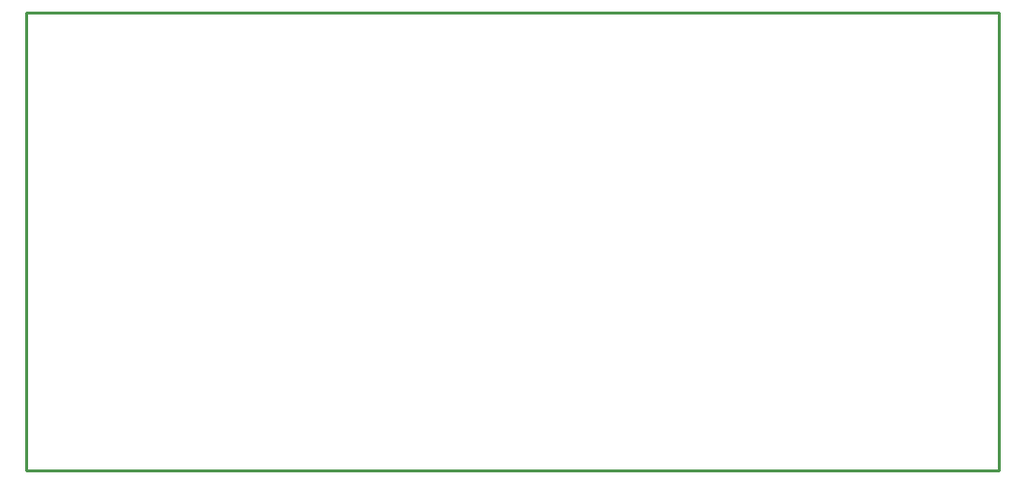
<source format=gko>
G04 Layer: BoardOutlineLayer*
G04 EasyEDA v6.5.39, 2024-01-17 10:02:44*
G04 1fef0b057c1544a4ae72d55d562c7267,bea696f6f0d84e5180a10d4e04dd4222,10*
G04 Gerber Generator version 0.2*
G04 Scale: 100 percent, Rotated: No, Reflected: No *
G04 Dimensions in millimeters *
G04 leading zeros omitted , absolute positions ,4 integer and 5 decimal *
%FSLAX45Y45*%
%MOMM*%

%ADD10C,0.2540*%
D10*
X699998Y14099971D02*
G01*
X9199981Y14099971D01*
X9199981Y10099979D01*
X699998Y10099979D01*
X699998Y14099971D01*

%LPD*%
M02*

</source>
